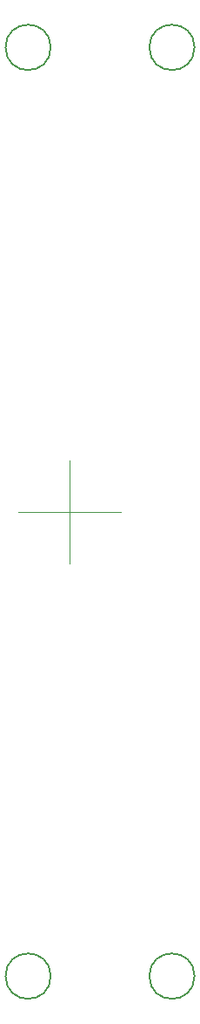
<source format=gbr>
%TF.GenerationSoftware,KiCad,Pcbnew,8.0.3-8.0.3-0~ubuntu22.04.1*%
%TF.CreationDate,2024-10-28T11:00:08+03:00*%
%TF.ProjectId,PM-LED16,504d2d4c-4544-4313-962e-6b696361645f,rev?*%
%TF.SameCoordinates,Original*%
%TF.FileFunction,Other,Comment*%
%FSLAX46Y46*%
G04 Gerber Fmt 4.6, Leading zero omitted, Abs format (unit mm)*
G04 Created by KiCad (PCBNEW 8.0.3-8.0.3-0~ubuntu22.04.1) date 2024-10-28 11:00:08*
%MOMM*%
%LPD*%
G01*
G04 APERTURE LIST*
%ADD10C,0.100000*%
%ADD11C,0.150000*%
G04 APERTURE END LIST*
D10*
X65800000Y-95800000D02*
X65800000Y-105800000D01*
X60800000Y-100800000D02*
X70800000Y-100800000D01*
D11*
%TO.C,H1*%
X78000000Y-55800000D02*
G75*
G02*
X73600000Y-55800000I-2200000J0D01*
G01*
X73600000Y-55800000D02*
G75*
G02*
X78000000Y-55800000I2200000J0D01*
G01*
%TO.C,H4*%
X64000000Y-145800000D02*
G75*
G02*
X59600000Y-145800000I-2200000J0D01*
G01*
X59600000Y-145800000D02*
G75*
G02*
X64000000Y-145800000I2200000J0D01*
G01*
%TO.C,H2*%
X78000000Y-145800000D02*
G75*
G02*
X73600000Y-145800000I-2200000J0D01*
G01*
X73600000Y-145800000D02*
G75*
G02*
X78000000Y-145800000I2200000J0D01*
G01*
%TO.C,H3*%
X64000000Y-55800000D02*
G75*
G02*
X59600000Y-55800000I-2200000J0D01*
G01*
X59600000Y-55800000D02*
G75*
G02*
X64000000Y-55800000I2200000J0D01*
G01*
%TD*%
M02*

</source>
